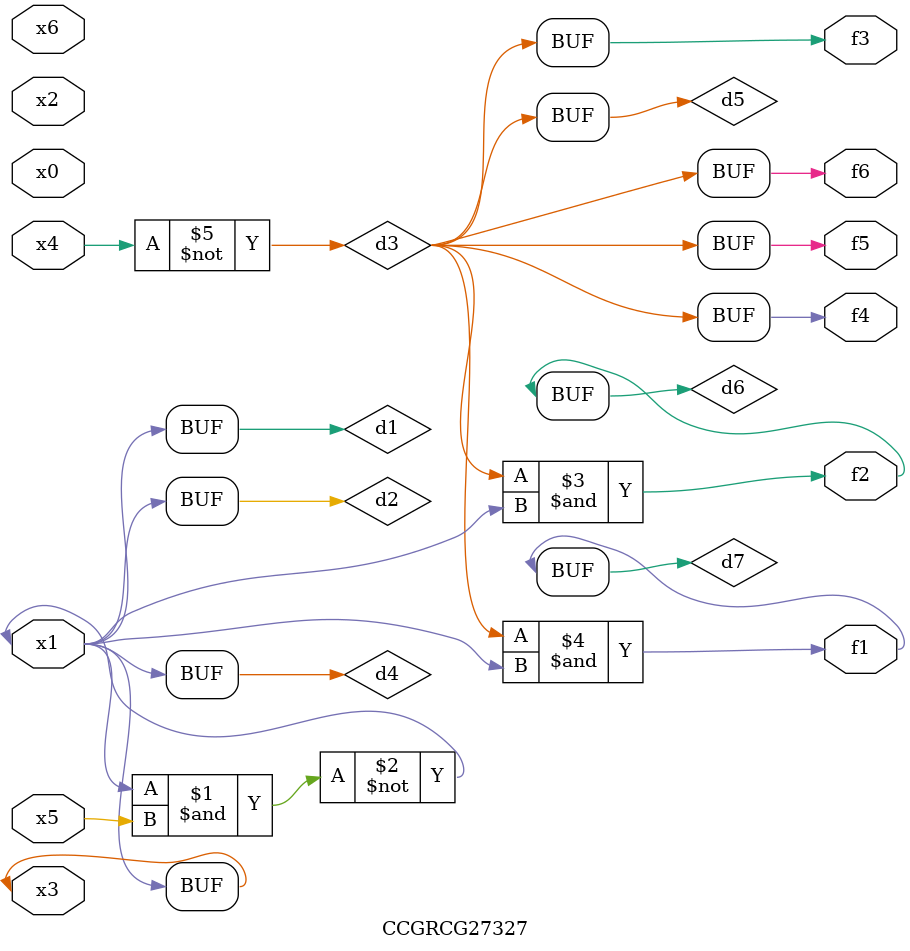
<source format=v>
module CCGRCG27327(
	input x0, x1, x2, x3, x4, x5, x6,
	output f1, f2, f3, f4, f5, f6
);

	wire d1, d2, d3, d4, d5, d6, d7;

	buf (d1, x1, x3);
	nand (d2, x1, x5);
	not (d3, x4);
	buf (d4, d1, d2);
	buf (d5, d3);
	and (d6, d3, d4);
	and (d7, d3, d4);
	assign f1 = d7;
	assign f2 = d6;
	assign f3 = d5;
	assign f4 = d5;
	assign f5 = d5;
	assign f6 = d5;
endmodule

</source>
